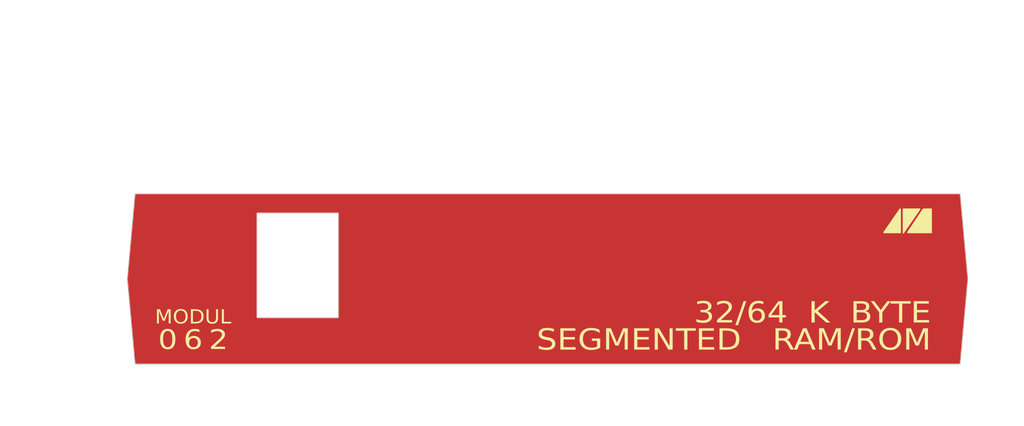
<source format=kicad_pcb>
(kicad_pcb
	(version 20240108)
	(generator "pcbnew")
	(generator_version "8.0")
	(general
		(thickness 1.6)
		(legacy_teardrops no)
	)
	(paper "A4")
	(layers
		(0 "F.Cu" signal)
		(31 "B.Cu" signal)
		(32 "B.Adhes" user "B.Adhesive")
		(33 "F.Adhes" user "F.Adhesive")
		(34 "B.Paste" user)
		(35 "F.Paste" user)
		(36 "B.SilkS" user "B.Silkscreen")
		(37 "F.SilkS" user "F.Silkscreen")
		(38 "B.Mask" user)
		(39 "F.Mask" user)
		(40 "Dwgs.User" user "User.Drawings")
		(41 "Cmts.User" user "User.Comments")
		(42 "Eco1.User" user "User.Eco1")
		(43 "Eco2.User" user "User.Eco2")
		(44 "Edge.Cuts" user)
		(45 "Margin" user)
		(46 "B.CrtYd" user "B.Courtyard")
		(47 "F.CrtYd" user "F.Courtyard")
		(48 "B.Fab" user)
		(49 "F.Fab" user)
		(50 "User.1" user)
		(51 "User.2" user)
		(52 "User.3" user)
		(53 "User.4" user)
		(54 "User.5" user)
		(55 "User.6" user)
		(56 "User.7" user)
		(57 "User.8" user)
		(58 "User.9" user)
	)
	(setup
		(pad_to_mask_clearance 0)
		(allow_soldermask_bridges_in_footprints no)
		(grid_origin 79 101)
		(pcbplotparams
			(layerselection 0x0000020_7fffffff)
			(plot_on_all_layers_selection 0x0000000_00000000)
			(disableapertmacros no)
			(usegerberextensions no)
			(usegerberattributes yes)
			(usegerberadvancedattributes yes)
			(creategerberjobfile yes)
			(dashed_line_dash_ratio 12.000000)
			(dashed_line_gap_ratio 3.000000)
			(svgprecision 4)
			(plotframeref no)
			(viasonmask no)
			(mode 1)
			(useauxorigin no)
			(hpglpennumber 1)
			(hpglpenspeed 20)
			(hpglpendiameter 15.000000)
			(pdf_front_fp_property_popups yes)
			(pdf_back_fp_property_popups yes)
			(dxfpolygonmode yes)
			(dxfimperialunits no)
			(dxfusepcbnewfont yes)
			(psnegative no)
			(psa4output no)
			(plotreference yes)
			(plotvalue yes)
			(plotfptext yes)
			(plotinvisibletext no)
			(sketchpadsonfab no)
			(subtractmaskfromsilk no)
			(outputformat 3)
			(mirror no)
			(drillshape 0)
			(scaleselection 1)
			(outputdirectory "")
		)
	)
	(net 0 "")
	(gr_poly
		(pts
			(xy 176.931567 95) (xy 179 92) (xy 179 95)
		)
		(stroke
			(width 0.2)
			(type solid)
		)
		(fill solid)
		(layer "F.SilkS")
		(uuid "13a2fba1-5f64-4643-94be-207a2d8ab79d")
	)
	(gr_poly
		(pts
			(xy 180 95) (xy 182 92) (xy 183 92) (xy 183 95)
		)
		(stroke
			(width 0.2)
			(type solid)
		)
		(fill solid)
		(layer "F.SilkS")
		(uuid "148c807d-49be-466a-9d84-fd8bedc6e222")
	)
	(gr_poly
		(pts
			(xy 181.5 92) (xy 179.431567 95) (xy 179.431567 92)
		)
		(stroke
			(width 0.2)
			(type solid)
		)
		(fill solid)
		(layer "F.SilkS")
		(uuid "74454ff6-c9e6-4188-ae6c-43a916fde7b2")
	)
	(gr_line
		(start 186.75 90)
		(end 187.75 101)
		(stroke
			(width 0.1)
			(type default)
		)
		(layer "Edge.Cuts")
		(uuid "307abc89-d8e3-4071-a4d8-1fb32e5b608c")
	)
	(gr_line
		(start 187.75 101)
		(end 186.75 112)
		(stroke
			(width 0.1)
			(type default)
		)
		(layer "Edge.Cuts")
		(uuid "34a7c6a5-aa59-4b97-9d15-43c9825324dd")
	)
	(gr_line
		(start 186.75 112)
		(end 80.25 112)
		(stroke
			(width 0.1)
			(type default)
		)
		(layer "Edge.Cuts")
		(uuid "4f7dbcd8-31fb-4a23-bf6a-d4e8faa599fa")
	)
	(gr_line
		(start 80.25 90)
		(end 186.75 90)
		(stroke
			(width 0.1)
			(type default)
		)
		(layer "Edge.Cuts")
		(uuid "5eb69c77-4c02-48d2-9936-1102676b5e11")
	)
	(gr_rect
		(start 96 92.5)
		(end 106.5 106)
		(stroke
			(width 0.1)
			(type default)
		)
		(fill none)
		(layer "Edge.Cuts")
		(uuid "704c2cbe-bd28-4ee0-af43-7cbd61cfc6db")
	)
	(gr_line
		(start 80.25 112)
		(end 79.25 101)
		(stroke
			(width 0.1)
			(type default)
		)
		(layer "Edge.Cuts")
		(uuid "bb9f6c94-5497-4483-8dc5-74f2fc2fb68e")
	)
	(gr_line
		(start 79.25 101)
		(end 80.25 90)
		(stroke
			(width 0.1)
			(type default)
		)
		(layer "Edge.Cuts")
		(uuid "eb9af65b-0e83-46f7-ad77-d53af8c875f8")
	)
	(gr_text "32/64  K  BYTE"
		(at 183 105.5 0)
		(layer "F.SilkS")
		(uuid "1077f421-1f86-4c7d-89d5-3b3cd05ce723")
		(effects
			(font
				(face "Helvetica")
				(size 2.7 3)
				(thickness 0.15)
			)
			(justify right)
		)
		(render_cache "32/64  K  BYTE" 0
			(polygon
				(pts
					(xy 155.015632 105.400506) (xy 155.162663 105.39672) (xy 155.183427 105.39655) (xy 155.340588 105.403409)
					(xy 155.512124 105.433621) (xy 155.648321 105.48706) (xy 155.763213 105.575113) (xy 155.842577 105.70614)
					(xy 155.870931 105.847523) (xy 155.872192 105.888504) (xy 155.853394 106.025504) (xy 155.784554 106.167208)
					(xy 155.670863 106.280012) (xy 155.518291 106.359536) (xy 155.365753 106.397222) (xy 155.229589 106.406836)
					(xy 155.045033 106.391752) (xy 154.900731 106.349844) (xy 154.769322 106.26738) (xy 154.683181 106.160635)
					(xy 154.625775 106.014285) (xy 154.602526 105.864004) (xy 154.599442 105.815964) (xy 154.216958 105.815964)
					(xy 154.234217 105.960046) (xy 154.264659 106.100611) (xy 154.31234 106.234142) (xy 154.381321 106.357123)
					(xy 154.475659 106.466036) (xy 154.599413 106.557366) (xy 154.65806 106.588186) (xy 154.804025 106.645356)
					(xy 154.955207 106.682738) (xy 155.10453 106.701449) (xy 155.204676 106.70491) (xy 155.404591 106.694165)
					(xy 155.581889 106.663253) (xy 155.737216 106.614159) (xy 155.871216 106.54887) (xy 156.017821 106.440056)
					(xy 156.129188 106.310685) (xy 156.206842 106.165465) (xy 156.252315 106.0091) (xy 156.267132 105.846299)
					(xy 156.252533 105.691048) (xy 156.210657 105.559824) (xy 156.128463 105.431583) (xy 156.016131 105.332346)
					(xy 155.878643 105.25906) (xy 155.775471 105.223113) (xy 155.775471 105.215199) (xy 155.917996 105.147845)
					(xy 156.024416 105.051325) (xy 156.098041 104.93468) (xy 156.143865 104.784199) (xy 156.153559 104.663894)
					(xy 156.137834 104.516896) (xy 156.091506 104.382503) (xy 156.015846 104.262869) (xy 155.912125 104.160153)
					(xy 155.781614 104.076509) (xy 155.625583 104.014094) (xy 155.445303 103.975063) (xy 155.294944 103.962434)
					(xy 155.242045 103.961574) (xy 155.039074 103.973813) (xy 154.865656 104.008643) (xy 154.719697 104.063235)
					(xy 154.564178 104.161873) (xy 154.448789 104.283904) (xy 154.368567 104.422619) (xy 154.318548 104.571311)
					(xy 154.29377 104.723272) (xy 154.288765 104.835353) (xy 154.65 104.835353) (xy 154.668442 104.690089)
					(xy 154.710669 104.547563) (xy 154.797077 104.413049) (xy 154.916359 104.323914) (xy 155.090193 104.270063)
					(xy 155.225192 104.260308) (xy 155.375293 104.271925) (xy 155.522713 104.314591) (xy 155.647644 104.395988)
					(xy 155.733312 104.514262) (xy 155.769791 104.651972) (xy 155.771075 104.683019) (xy 155.751812 104.823543)
					(xy 155.683784 104.951453) (xy 155.555899 105.051001) (xy 155.416824 105.099589) (xy 155.261752 105.11966)
					(xy 155.20834 105.120897) (xy 155.057435 105.115539) (xy 155.015632 105.112984)
				)
			)
			(polygon
				(pts
					(xy 156.961759 104.915147) (xy 156.977265 104.760627) (xy 157.008732 104.626518) (xy 157.070669 104.492179)
					(xy 157.174966 104.374863) (xy 157.333512 104.291822) (xy 157.5074 104.26166) (xy 157.5582 104.260308)
					(xy 157.707624 104.272282) (xy 157.859554 104.316894) (xy 157.99472 104.404044) (xy 158.083349 104.515671)
					(xy 158.134853 104.659617) (xy 158.142185 104.741051) (xy 158.126082 104.887896) (xy 158.067348 105.027365)
					(xy 157.970848 105.137662) (xy 157.842118 105.23034) (xy 157.714215 105.30245) (xy 157.600698 105.361599)
					(xy 157.209421 105.56537) (xy 157.067329 105.647899) (xy 156.937808 105.740528) (xy 156.822506 105.845259)
					(xy 156.723073 105.964094) (xy 156.641156 106.099034) (xy 156.578405 106.25208) (xy 156.536467 106.425235)
					(xy 156.519665 106.569501) (xy 156.516993 106.6205) (xy 158.537125 106.6205) (xy 158.537125 106.307258)
					(xy 156.93245 106.307258) (xy 156.984965 106.168845) (xy 157.071911 106.054293) (xy 157.193553 105.946237)
					(xy 157.335539 105.852678) (xy 157.440963 105.79618) (xy 157.747244 105.645165) (xy 157.907829 105.565746)
					(xy 158.056753 105.48401) (xy 158.191011 105.396586) (xy 158.307598 105.300104) (xy 158.403508 105.191196)
					(xy 158.475736 105.066492) (xy 158.521277 104.922623) (xy 158.537125 104.756218) (xy 158.526524 104.622026)
					(xy 158.48127 104.460146) (xy 158.403797 104.318833) (xy 158.297754 104.199279) (xy 158.16679 104.102673)
					(xy 158.014555 104.030206) (xy 157.844697 103.983067) (xy 157.660868 103.962446) (xy 157.613155 103.961574)
					(xy 157.439574 103.970591) (xy 157.277104 103.997636) (xy 157.107399 104.051099) (xy 156.943152 104.139094)
					(xy 156.831182 104.232634) (xy 156.734774 104.353586) (xy 156.659282 104.505373) (xy 156.610061 104.691419)
					(xy 156.594485 104.836173) (xy 156.592464 104.915147)
				)
			)
			(polygon
				(pts
					(xy 159.979868 103.834959) (xy 159.702164 103.834959) (xy 158.669016 106.70491) (xy 158.950384 106.70491)
				)
			)
			(polygon
				(pts
					(xy 161.291873 103.969807) (xy 161.466524 104.005861) (xy 161.604529 104.058329) (xy 161.733548 104.134476)
					(xy 161.846695 104.236774) (xy 161.937083 104.367696) (xy 161.997825 104.529716) (xy 162.019784 104.673127)
					(xy 161.658549 104.673127) (xy 161.629522 104.567037) (xy 161.561601 104.43847) (xy 161.457312 104.339748)
					(xy 161.311639 104.278117) (xy 161.150035 104.260308) (xy 160.998824 104.278094) (xy 160.831902 104.350323)
					(xy 160.701015 104.46574) (xy 160.602224 104.610974) (xy 160.531586 104.772658) (xy 160.48516 104.937422)
					(xy 160.459006 105.091896) (xy 160.448814 105.250151) (xy 160.456874 105.258064) (xy 160.465929 105.244481)
					(xy 160.563918 105.132589) (xy 160.691347 105.041268) (xy 160.835864 104.978894) (xy 160.983792 104.944784)
					(xy 161.158828 104.932293) (xy 161.265109 104.93797) (xy 161.416815 104.964527) (xy 161.57174 105.015165)
					(xy 161.720926 105.09248) (xy 161.855419 105.199068) (xy 161.966261 105.337527) (xy 162.028485 105.463848)
					(xy 162.068591 105.610652) (xy 162.082799 105.779034) (xy 162.082563 105.804471) (xy 162.070896 105.94854)
					(xy 162.040455 106.080111) (xy 161.979007 106.221816) (xy 161.902222 106.336599) (xy 161.801431 106.448382)
					(xy 161.772003 106.476801) (xy 161.660464 106.565392) (xy 161.525192 106.63476) (xy 161.379961 106.676626)
					(xy 161.231688 106.697655) (xy 161.053315 106.70491) (xy 160.940899 106.697855) (xy 160.794052 106.668222)
					(xy 160.641998 106.611212) (xy 160.517289 106.539516) (xy 160.399516 106.44303) (xy 160.293476 106.319128)
					(xy 160.261824 106.271143) (xy 160.194892 106.143916) (xy 160.144003 106.007292) (xy 160.10743 105.862493)
					(xy 160.099659 105.813326) (xy 160.499372 105.813326) (xy 160.504402 105.893802) (xy 160.535665 106.026247)
					(xy 160.596607 106.149999) (xy 160.688467 106.25745) (xy 160.812487 106.340992) (xy 160.969907 106.393018)
					(xy 161.120726 106.406836) (xy 161.276613 106.388972) (xy 161.435954 106.323501) (xy 161.561331 106.215264)
					(xy 161.637024 106.096426) (xy 161.684112 105.954995) (xy 161.700314 105.794202) (xy 161.684516 105.654561)
					(xy 161.632347 105.512261) (xy 161.53665 105.383836) (xy 161.418488 105.299345) (xy 161.260985 105.245542)
					(xy 161.103873 105.231026) (xy 160.928258 105.249712) (xy 160.783145 105.302458) (xy 160.648849 105.403721)
					(xy 160.55752 105.5383) (xy 160.513859 105.669707) (xy 160.499372 105.813326) (xy 160.099659 105.813326)
					(xy 160.083445 105.710742) (xy 160.070321 105.553262) (xy 160.06633 105.391274) (xy 160.072255 105.22082)
					(xy 160.091552 105.042125) (xy 160.126503 104.86065) (xy 160.17939 104.681856) (xy 160.252496 104.511204)
					(xy 160.348102 104.354154) (xy 160.468491 104.216169) (xy 160.615945 104.102708) (xy 160.792746 104.019233)
					(xy 161.001176 103.971204) (xy 161.158828 103.961574)
				)
			)
			(polygon
				(pts
					(xy 164.004013 105.691986) (xy 164.437056 105.691986) (xy 164.437056 105.979509) (xy 164.004013 105.979509)
					(xy 164.004013 106.6205) (xy 163.634718 106.6205) (xy 163.634718 105.979509) (xy 162.345116 105.979509)
					(xy 162.345116 105.691986) (xy 162.685102 105.691986) (xy 163.634718 105.691986) (xy 163.634718 104.481885)
					(xy 163.625925 104.481885) (xy 162.685102 105.691986) (xy 162.345116 105.691986) (xy 162.345116 105.654397)
					(xy 163.697732 103.961574) (xy 164.004013 103.961574)
				)
			)
			(polygon
				(pts
					(xy 167.632485 105.672862) (xy 168.107293 105.266637) (xy 169.161689 106.6205) (xy 169.690719 106.6205)
					(xy 168.401117 105.010768) (xy 169.657014 103.919369) (xy 169.094278 103.919369) (xy 167.632485 105.229048)
					(xy 167.632485 103.919369) (xy 167.225088 103.919369) (xy 167.225088 106.6205) (xy 167.632485 106.6205)
				)
			)
			(polygon
				(pts
					(xy 173.778344 103.922984) (xy 173.963704 103.950754) (xy 174.123202 104.003363) (xy 174.25663 104.077748)
					(xy 174.363783 104.170852) (xy 174.460461 104.308889) (xy 174.515359 104.465414) (xy 174.528926 104.599927)
					(xy 174.512531 104.74205) (xy 174.462272 104.875146) (xy 174.383137 104.986785) (xy 174.262889 105.088709)
					(xy 174.125925 105.161124) (xy 174.144833 105.168026) (xy 174.294372 105.229398) (xy 174.42981 105.309728)
					(xy 174.532675 105.404866) (xy 174.614231 105.532624) (xy 174.656436 105.66272) (xy 174.671808 105.821239)
					(xy 174.662419 105.941075) (xy 174.620975 106.092785) (xy 174.546986 106.232062) (xy 174.441009 106.355406)
					(xy 174.303603 106.459317) (xy 174.135326 106.540292) (xy 173.989195 106.583867) (xy 173.826248 106.611095)
					(xy 173.646721 106.6205) (xy 172.349058 106.6205) (xy 172.349058 106.307258) (xy 172.756455 106.307258)
					(xy 173.625471 106.307258) (xy 173.774732 106.298395) (xy 173.933588 106.263426) (xy 174.083407 106.188952)
					(xy 174.188513 106.082141) (xy 174.248706 105.946305) (xy 174.264411 105.813326) (xy 174.23858 105.656669)
					(xy 174.148645 105.52011) (xy 174.010014 105.431133) (xy 173.869206 105.386823) (xy 173.715613 105.364067)
					(xy 173.558793 105.357642) (xy 172.756455 105.357642) (xy 172.756455 106.307258) (xy 172.349058 106.307258)
					(xy 172.349058 105.058908) (xy 172.756455 105.058908) (xy 173.491382 105.058908) (xy 173.59717 105.056062)
					(xy 173.754603 105.037486) (xy 173.909873 104.988972) (xy 174.040193 104.890184) (xy 174.104318 104.763887)
					(xy 174.121529 104.625646) (xy 174.116899 104.558215) (xy 174.06775 104.423891) (xy 173.959369 104.323565)
					(xy 173.814128 104.266295) (xy 173.652887 104.239879) (xy 173.495778 104.23327) (xy 172.756455 104.23327)
					(xy 172.756455 105.058908) (xy 172.349058 105.058908) (xy 172.349058 103.919369) (xy 173.67603 103.919369)
				)
			)
			(polygon
				(pts
					(xy 176.441347 105.533717) (xy 177.580007 103.919369) (xy 177.100803 103.919369) (xy 176.235451 105.217837)
					(xy 175.370831 103.919369) (xy 174.896023 103.919369) (xy 176.03395 105.533717) (xy 176.03395 106.6205)
					(xy 176.441347 106.6205)
				)
			)
			(polygon
				(pts
					(xy 177.695046 104.244481) (xy 178.715737 104.244481) (xy 178.715737 106.6205) (xy 179.123134 106.6205)
					(xy 179.123134 104.244481) (xy 180.143825 104.244481) (xy 180.143825 103.919369) (xy 177.695046 103.919369)
				)
			)
			(polygon
				(pts
					(xy 182.788242 106.296047) (xy 180.96961 106.296047) (xy 180.96961 105.39655) (xy 182.619714 105.39655)
					(xy 182.619714 105.072098) (xy 180.96961 105.072098) (xy 180.96961 104.244481) (xy 182.758933 104.244481)
					(xy 182.758933 103.919369) (xy 180.56148 103.919369) (xy 180.56148 106.6205) (xy 182.788242 106.6205)
				)
			)
		)
	)
	(gr_text "0 6 2"
		(at 87.75 109 0)
		(layer "F.SilkS")
		(uuid "686d3775-420a-4787-a984-7f0fe908f8a7")
		(effects
			(font
				(face "Helvetica")
				(size 2.5 2.8)
				(thickness 0.15)
			)
		)
		(render_cache "0 6 2" 0
			(polygon
				(pts
					(xy 85.169962 107.584147) (xy 85.355129 107.627094) (xy 85.510613 107.701689) (xy 85.638815 107.803001)
					(xy 85.742135 107.926103) (xy 85.822974 108.066062) (xy 85.883731 108.217951) (xy 85.926809 108.376839)
					(xy 85.954606 108.537798) (xy 85.969524 108.695896) (xy 85.973963 108.846205) (xy 85.969524 108.996343)
					(xy 85.954606 109.154273) (xy 85.926809 109.315069) (xy 85.883731 109.473804) (xy 85.822974 109.625552)
					(xy 85.742135 109.765386) (xy 85.638815 109.888379) (xy 85.510613 109.989605) (xy 85.355129 110.064137)
					(xy 85.169962 110.107049) (xy 85.028841 110.115657) (xy 84.887728 110.107049) (xy 84.702598 110.064137)
					(xy 84.547176 109.989605) (xy 84.419054 109.888379) (xy 84.315826 109.765386) (xy 84.235083 109.625552)
					(xy 84.174419 109.473804) (xy 84.131426 109.315069) (xy 84.103697 109.154273) (xy 84.088825 108.996343)
					(xy 84.084403 108.846205) (xy 84.45233 108.846205) (xy 84.454455 108.959496) (xy 84.465687 109.118211)
					(xy 84.486728 109.262897) (xy 84.517749 109.392924) (xy 84.574934 109.5424) (xy 84.650578 109.663198)
					(xy 84.745089 109.753823) (xy 84.890384 109.822395) (xy 85.028841 109.839663) (xy 85.100569 109.835315)
					(xy 85.258135 109.787353) (xy 85.385262 109.688741) (xy 85.465584 109.575346) (xy 85.527346 109.432899)
					(xy 85.561732 109.307899) (xy 85.58608 109.168029) (xy 85.600563 109.013921) (xy 85.605352 108.846205)
					(xy 85.603228 108.732806) (xy 85.591996 108.573956) (xy 85.570955 108.42916) (xy 85.539934 108.299048)
					(xy 85.482749 108.149491) (xy 85.407105 108.028642) (xy 85.312593 107.93799) (xy 85.167299 107.869405)
					(xy 85.028841 107.852137) (xy 84.957114 107.856485) (xy 84.799548 107.904452) (xy 84.672421 108.00309)
					(xy 84.592098 108.11653) (xy 84.530337 108.259049) (xy 84.49595 108.384127) (xy 84.471602 108.524098)
					(xy 84.45712 108.678333) (xy 84.45233 108.846205) (xy 84.084403 108.846205) (xy 84.088825 108.695896)
					(xy 84.103697 108.537798) (xy 84.131426 108.376839) (xy 84.174419 108.217951) (xy 84.235083 108.066062)
					(xy 84.315826 107.926103) (xy 84.419054 107.803001) (xy 84.547176 107.701689) (xy 84.702598 107.627094)
					(xy 84.887728 107.584147) (xy 85.028841 107.575532)
				)
			)
			(polygon
				(pts
					(xy 87.953505 107.583155) (xy 88.116513 107.616538) (xy 88.245318 107.66512) (xy 88.365735 107.735626)
					(xy 88.471339 107.830346) (xy 88.555701 107.951571) (xy 88.612394 108.101589) (xy 88.632889 108.234377)
					(xy 88.295736 108.234377) (xy 88.268644 108.136145) (xy 88.205251 108.017102) (xy 88.107915 107.925692)
					(xy 87.971953 107.868627) (xy 87.821123 107.852137) (xy 87.679993 107.868606) (xy 87.524198 107.935484)
					(xy 87.402038 108.042351) (xy 87.309833 108.176828) (xy 87.243904 108.326536) (xy 87.200573 108.479095)
					(xy 87.176162 108.622126) (xy 87.16665 108.768658) (xy 87.174173 108.775985) (xy 87.182624 108.763408)
					(xy 87.27408 108.659805) (xy 87.393014 108.575248) (xy 87.527897 108.517495) (xy 87.665963 108.485911)
					(xy 87.82933 108.474345) (xy 87.928525 108.479602) (xy 88.070118 108.504192) (xy 88.214714 108.551079)
					(xy 88.353955 108.622666) (xy 88.479481 108.721359) (xy 88.582934 108.849562) (xy 88.64101 108.966526)
					(xy 88.678442 109.102455) (xy 88.691702 109.258365) (xy 88.691483 109.281918) (xy 88.680593 109.415314)
					(xy 88.652181 109.537139) (xy 88.594831 109.668348) (xy 88.523164 109.774628) (xy 88.429093 109.878131)
					(xy 88.401626 109.904445) (xy 88.297523 109.986474) (xy 88.17127 110.050704) (xy 88.03572 110.089469)
					(xy 87.897332 110.10894) (xy 87.730851 110.115657) (xy 87.62593 110.109125) (xy 87.488872 110.081687)
					(xy 87.346955 110.0289) (xy 87.23056 109.962515) (xy 87.120638 109.873176) (xy 87.021668 109.758452)
					(xy 86.992126 109.714021) (xy 86.929656 109.596219) (xy 86.88216 109.469715) (xy 86.848025 109.335642)
					(xy 86.840772 109.290116) (xy 87.213838 109.290116) (xy 87.218532 109.364631) (xy 87.247711 109.487266)
					(xy 87.30459 109.601851) (xy 87.390326 109.701342) (xy 87.506078 109.778696) (xy 87.653004 109.826869)
					(xy 87.793768 109.839663) (xy 87.939262 109.823122) (xy 88.087981 109.762501) (xy 88.204999 109.662282)
					(xy 88.275646 109.552246) (xy 88.319594 109.421291) (xy 88.334717 109.272409) (xy 88.319971 109.143112)
					(xy 88.271281 109.011353) (xy 88.181964 108.892441) (xy 88.071679 108.814208) (xy 87.924676 108.764391)
					(xy 87.778039 108.75095) (xy 87.614131 108.768252) (xy 87.478693 108.817091) (xy 87.353349 108.910853)
					(xy 87.268109 109.035463) (xy 87.227359 109.157137) (xy 87.213838 109.290116) (xy 86.840772 109.290116)
					(xy 86.825639 109.195132) (xy 86.81339 109.049316) (xy 86.809665 108.899328) (xy 86.815195 108.7415)
					(xy 86.833206 108.576041) (xy 86.865827 108.408009) (xy 86.915188 108.242459) (xy 86.98342 108.084448)
					(xy 87.072652 107.939032) (xy 87.185015 107.811267) (xy 87.322639 107.706211) (xy 87.487653 107.628919)
					(xy 87.682188 107.584448) (xy 87.82933 107.575532)
				)
			)
			(polygon
				(pts
					(xy 89.900118 108.458469) (xy 89.91459 108.315396) (xy 89.94396 108.19122) (xy 90.001768 108.066833)
					(xy 90.099111 107.958207) (xy 90.247088 107.881316) (xy 90.409384 107.853389) (xy 90.456797 107.852137)
					(xy 90.596259 107.863224) (xy 90.73806 107.904532) (xy 90.864215 107.985226) (xy 90.946936 108.088585)
					(xy 90.995006 108.221868) (xy 91.001849 108.297269) (xy 90.98682 108.433237) (xy 90.932001 108.562375)
					(xy 90.841935 108.664502) (xy 90.721787 108.750315) (xy 90.602411 108.817083) (xy 90.496462 108.871851)
					(xy 90.13127 109.060528) (xy 89.99865 109.136943) (xy 89.877764 109.222711) (xy 89.770149 109.319684)
					(xy 89.677344 109.429716) (xy 89.600889 109.554661) (xy 89.542321 109.69637) (xy 89.503179 109.856699)
					(xy 89.487498 109.990279) (xy 89.485003 110.0375) (xy 91.37046 110.0375) (xy 91.37046 109.747461)
					(xy 89.872763 109.747461) (xy 89.921778 109.619301) (xy 90.002927 109.513234) (xy 90.116459 109.413182)
					(xy 90.248979 109.326554) (xy 90.347376 109.274241) (xy 90.633238 109.134412) (xy 90.783117 109.060876)
					(xy 90.922113 108.985194) (xy 91.04742 108.904246) (xy 91.156235 108.814911) (xy 91.245751 108.714071)
					(xy 91.313164 108.598604) (xy 91.355669 108.465391) (xy 91.37046 108.311313) (xy 91.360566 108.187061)
					(xy 91.318329 108.037172) (xy 91.24602 107.906327) (xy 91.147047 107.795629) (xy 91.024814 107.706179)
					(xy 90.882728 107.639079) (xy 90.724194 107.595432) (xy 90.55262 107.576339) (xy 90.508088 107.575532)
					(xy 90.346079 107.583881) (xy 90.19444 107.608922) (xy 90.036049 107.658425) (xy 89.882752 107.739902)
					(xy 89.778246 107.826513) (xy 89.688265 107.938505) (xy 89.617806 108.079049) (xy 89.571867 108.251314)
					(xy 89.557329 108.385345) (xy 89.555443 108.458469)
				)
			)
		)
	)
	(gr_text "MODUL"
		(at 87.75 106 0)
		(layer "F.SilkS")
		(uuid "a445d5b3-b230-4f4c-af53-a8b86c651357")
		(effects
			(font
				(face "Helvetica")
				(size 1.8 1.9)
				(thickness 0.15)
			)
		)
		(render_cache "MODUL" 0
			(polygon
				(pts
					(xy 84.974912 106.747) (xy 84.974912 104.946246) (xy 84.60784 104.946246) (xy 84.064888 106.46739)
					(xy 84.059783 106.46739) (xy 83.514511 104.946246) (xy 83.144654 104.946246) (xy 83.144654 106.747)
					(xy 83.394783 106.747) (xy 83.394783 105.683957) (xy 83.393492 105.590777) (xy 83.391738 105.487717)
					(xy 83.390288 105.387603) (xy 83.389352 105.286546) (xy 83.389215 105.238605) (xy 83.394783 105.238605)
					(xy 83.932166 106.747) (xy 84.1874 106.747) (xy 84.724783 105.236406) (xy 84.729888 105.236406)
					(xy 84.729417 105.335425) (xy 84.728273 105.437829) (xy 84.72686 105.534297) (xy 84.725409 105.626909)
					(xy 84.724783 105.683957) (xy 84.724783 106.747)
				)
			)
			(polygon
				(pts
					(xy 86.327572 104.896403) (xy 86.444375 104.914977) (xy 86.550384 104.944617) (xy 86.646005 104.984247)
					(xy 86.731644 105.03279) (xy 86.807707 105.089169) (xy 86.874601 105.152308) (xy 86.958634 105.257334)
					(xy 87.024317 105.371512) (xy 87.07302 105.491208) (xy 87.106112 105.612788) (xy 87.124962 105.732617)
					(xy 87.130942 105.847062) (xy 87.130294 105.884347) (xy 87.120177 106.000867) (xy 87.096731 106.121564)
					(xy 87.058588 106.242805) (xy 87.004377 106.360958) (xy 86.932729 106.472391) (xy 86.874601 106.541153)
					(xy 86.807707 106.604239) (xy 86.731644 106.660571) (xy 86.646005 106.709074) (xy 86.550384 106.748672)
					(xy 86.444375 106.778288) (xy 86.327572 106.796848) (xy 86.19957 106.803273) (xy 86.07165 106.796848)
					(xy 85.954919 106.778288) (xy 85.848972 106.748672) (xy 85.753404 106.709074) (xy 85.66781 106.660571)
					(xy 85.591784 106.604239) (xy 85.524922 106.541153) (xy 85.440923 106.436218) (xy 85.375263 106.322141)
					(xy 85.326575 106.202555) (xy 85.29349 106.081092) (xy 85.274642 105.961384) (xy 85.268663 105.847062)
					(xy 85.53457 105.847062) (xy 85.537481 105.925938) (xy 85.552565 106.038507) (xy 85.580135 106.143323)
					(xy 85.619771 106.239422) (xy 85.671049 106.325839) (xy 85.733547 106.401608) (xy 85.806844 106.465766)
					(xy 85.890517 106.517346) (xy 85.984144 106.555383) (xy 86.087302 106.578914) (xy 86.19957 106.586972)
					(xy 86.275489 106.583366) (xy 86.381835 106.564886) (xy 86.478769 106.531577) (xy 86.565871 106.484404)
					(xy 86.642722 106.424332) (xy 86.708901 106.352326) (xy 86.76399 106.269351) (xy 86.807567 106.176372)
					(xy 86.839213 106.074354) (xy 86.858509 105.964263) (xy 86.865034 105.847062) (xy 86.862124 105.768109)
					(xy 86.847038 105.655443) (xy 86.819462 105.550548) (xy 86.779815 105.454387) (xy 86.728517 105.367924)
					(xy 86.665988 105.292122) (xy 86.592648 105.227942) (xy 86.508916 105.176349) (xy 86.415212 105.138304)
					(xy 86.311957 105.114772) (xy 86.19957 105.106713) (xy 86.123734 105.110319) (xy 86.017491 105.1288)
					(xy 85.920641 105.162115) (xy 85.833603 105.209299) (xy 85.756801 105.26939) (xy 85.690656 105.341425)
					(xy 85.635591 105.424441) (xy 85.592028 105.517476) (xy 85.560388 105.619567) (xy 85.541095 105.72975)
					(xy 85.53457 105.847062) (xy 85.268663 105.847062) (xy 85.269311 105.809737) (xy 85.279427 105.693093)
					(xy 85.302869 105.572277) (xy 85.341003 105.450921) (xy 85.395197 105.33266) (xy 85.466817 105.221129)
					(xy 85.524922 105.152308) (xy 85.591784 105.089169) (xy 85.66781 105.03279) (xy 85.753404 104.984247)
					(xy 85.848972 104.944617) (xy 85.954919 104.914977) (xy 86.07165 104.896403) (xy 86.19957 104.889972)
				)
			)
			(polygon
				(pts
					(xy 88.313417 104.950382) (xy 88.441132 104.971648) (xy 88.5578 105.010131) (xy 88.662856 105.064866)
					(xy 88.755736 105.134888) (xy 88.835874 105.219231) (xy 88.902708 105.316932) (xy 88.955672 105.427025)
					(xy 88.994203 105.548544) (xy 89.011592 105.635429) (xy 89.022148 105.726677) (xy 89.025704 105.822003)
					(xy 89.023461 105.898828) (xy 89.011099 106.017229) (xy 88.986818 106.136611) (xy 88.949351 106.253809)
					(xy 88.897437 106.365655) (xy 88.829809 106.468982) (xy 88.745206 106.560623) (xy 88.642361 106.637413)
					(xy 88.520011 106.696183) (xy 88.426985 106.723789) (xy 88.324353 106.74104) (xy 88.211741 106.747)
					(xy 87.44836 106.747) (xy 87.44836 106.538172) (xy 87.706378 106.538172) (xy 88.206636 106.538172)
					(xy 88.237701 106.537447) (xy 88.354741 106.520174) (xy 88.459335 106.48028) (xy 88.550297 106.418264)
					(xy 88.626444 106.334627) (xy 88.673117 106.258011) (xy 88.71029 106.169724) (xy 88.73746 106.069978)
					(xy 88.75413 105.958983) (xy 88.759797 105.836951) (xy 88.759153 105.795117) (xy 88.74962 105.677533)
					(xy 88.729034 105.57184) (xy 88.697844 105.478053) (xy 88.656496 105.396187) (xy 88.586339 105.305602)
					(xy 88.49998 105.236273) (xy 88.39848 105.188236) (xy 88.282898 105.161527) (xy 88.18761 105.155513)
					(xy 87.706378 105.155513) (xy 87.706378 106.538172) (xy 87.44836 106.538172) (xy 87.44836 104.946246)
					(xy 88.222414 104.946246)
				)
			)
			(polygon
				(pts
					(xy 90.607226 104.946246) (xy 90.607226 106.090182) (xy 90.600458 106.19335) (xy 90.581126 106.28214)
					(xy 90.53833 106.379759) (xy 90.479252 106.455649) (xy 90.407351 106.512) (xy 90.30471 106.558298)
					(xy 90.194193 106.581764) (xy 90.104647 106.586972) (xy 89.995583 106.578347) (xy 89.889669 106.549791)
					(xy 89.793183 106.497279) (xy 89.727001 106.435315) (xy 89.674083 106.353382) (xy 89.637645 106.249419)
					(xy 89.623064 106.155749) (xy 89.620167 106.085346) (xy 89.620167 104.946246) (xy 89.362149 104.946246)
					(xy 89.362149 106.153489) (xy 89.368033 106.247542) (xy 89.38592 106.338834) (xy 89.416168 106.425946)
					(xy 89.459131 106.507463) (xy 89.515166 106.581966) (xy 89.584627 106.648039) (xy 89.66787 106.704264)
					(xy 89.765252 106.749225) (xy 89.877126 106.781505) (xy 90.00385 106.799685) (xy 90.096758 106.803273)
					(xy 90.191729 106.799677) (xy 90.32202 106.781379) (xy 90.437865 106.74871) (xy 90.539437 106.702925)
					(xy 90.626908 106.645277) (xy 90.70045 106.577022) (xy 90.760235 106.499413) (xy 90.806434 106.413703)
					(xy 90.839221 106.321148) (xy 90.858767 106.223001) (xy 90.865244 106.120517) (xy 90.865244 104.946246)
				)
			)
			(polygon
				(pts
					(xy 91.531636 104.946246) (xy 91.273618 104.946246) (xy 91.273618 106.747) (xy 92.500132 106.747)
					(xy 92.500132 106.530698) (xy 91.531636 106.530698)
				)
			)
		)
	)
	(gr_text "SEGMENTED   RAM/ROM"
		(at 183 109 0)
		(layer "F.SilkS")
		(uuid "f08c2a01-8d2e-41d3-b41d-dd201f236a33")
		(effects
			(font
				(face "Helvetica")
				(size 2.7 3)
				(thickness 0.15)
			)
			(justify right)
		)
		(render_cache "SEGMENTED   RAM/ROM" 0
			(polygon
				(pts
					(xy 135.152094 108.204121) (xy 135.134467 108.046743) (xy 135.097839 107.905463) (xy 135.030247 107.761131)
					(xy 134.921593 107.623545) (xy 134.807082 107.530678) (xy 134.659533 107.451252) (xy 134.474688 107.3894)
					(xy 134.328633 107.359972) (xy 134.162846 107.341416) (xy 133.976065 107.334959) (xy 133.781505 107.345612)
					(xy 133.608769 107.376225) (xy 133.457271 107.42478) (xy 133.326424 107.48926) (xy 133.183069 107.596515)
					(xy 133.073993 107.723709) (xy 132.997803 107.866057) (xy 132.95311 108.018777) (xy 132.938521 108.177084)
					(xy 132.958049 108.33949) (xy 133.01121 108.47219) (xy 133.112572 108.601047) (xy 133.237899 108.694463)
					(xy 133.371309 108.758538) (xy 133.519711 108.805281) (xy 133.581124 108.819393) (xy 134.198814 108.948647)
					(xy 134.368638 108.988376) (xy 134.508186 109.02908) (xy 134.643628 109.085072) (xy 134.768697 109.181607)
					(xy 134.829864 109.311229) (xy 134.841417 109.431368) (xy 134.819528 109.563612) (xy 134.739235 109.690861)
					(xy 134.615047 109.781263) (xy 134.462945 109.840645) (xy 134.298912 109.874832) (xy 134.138931 109.88965)
					(xy 134.051536 109.891668) (xy 133.904934 109.884497) (xy 133.758685 109.861375) (xy 133.618703 109.819891)
					(xy 133.461555 109.738542) (xy 133.334999 109.620025) (xy 133.263547 109.495288) (xy 133.224986 109.341338)
					(xy 133.219889 109.252656) (xy 132.837404 109.252656) (xy 132.843761 109.393351) (xy 132.866925 109.528568)
					(xy 132.913042 109.658674) (xy 132.988255 109.784033) (xy 133.098707 109.90501) (xy 133.144418 109.944425)
					(xy 133.264791 110.031308) (xy 133.41494 110.105919) (xy 133.557193 110.151355) (xy 133.735268 110.185247)
					(xy 133.907466 110.201087) (xy 134.055932 110.20491) (xy 134.204433 110.199993) (xy 134.356691 110.184283)
					(xy 134.508695 110.156344) (xy 134.656436 110.114736) (xy 134.795903 110.058022) (xy 134.923086 109.984765)
					(xy 135.033975 109.893526) (xy 135.124559 109.782868) (xy 135.19083 109.651354) (xy 135.228776 109.497545)
					(xy 135.236358 109.381909) (xy 135.222938 109.229611) (xy 135.184231 109.096942) (xy 135.103831 108.957061)
					(xy 134.9921 108.844046) (xy 134.853582 108.755786) (xy 134.692823 108.690166) (xy 134.551257 108.652551)
					(xy 133.690301 108.473839) (xy 133.544527 108.430006) (xy 133.421564 108.352488) (xy 133.345962 108.22544)
					(xy 133.333462 108.127624) (xy 133.352538 107.98815) (xy 133.422521 107.854798) (xy 133.530774 107.760908)
					(xy 133.663379 107.699958) (xy 133.806415 107.665428) (xy 133.972229 107.649686) (xy 134.022227 107.64886)
					(xy 134.183453 107.65921) (xy 134.34209 107.692635) (xy 134.48868 107.752698) (xy 134.613762 107.842961)
					(xy 134.707878 107.966985) (xy 134.75452 108.092907) (xy 134.76961 108.204121)
				)
			)
			(polygon
				(pts
					(xy 138.018528 109.796047) (xy 136.199896 109.796047) (xy 136.199896 108.89655) (xy 137.85 108.89655)
					(xy 137.85 108.572098) (xy 136.199896 108.572098) (xy 136.199896 107.744481) (xy 137.989219 107.744481)
					(xy 137.989219 107.419369) (xy 135.791766 107.419369) (xy 135.791766 110.1205) (xy 138.018528 110.1205)
				)
			)
			(polygon
				(pts
					(xy 139.863538 108.98096) (xy 140.804362 108.98096) (xy 140.798978 109.116069) (xy 140.775397 109.268381)
					(xy 140.728242 109.409835) (xy 140.652324 109.540273) (xy 140.542455 109.659539) (xy 140.473169 109.714934)
					(xy 140.346384 109.790995) (xy 140.198836 109.847874) (xy 140.039482 109.880808) (xy 139.884843 109.891451)
					(xy 139.855478 109.891668) (xy 139.645334 109.876962) (xy 139.464901 109.834805) (xy 139.312203 109.768142)
					(xy 139.185268 109.679917) (xy 139.08212 109.573074) (xy 139.000786 109.450557) (xy 138.939291 109.315309)
					(xy 138.895661 109.170275) (xy 138.867922 109.018399) (xy 138.854099 108.862625) (xy 138.85164 108.758064)
					(xy 138.863099 108.567172) (xy 138.896323 108.393489) (xy 138.949584 108.237356) (xy 139.021154 108.099117)
					(xy 139.109306 107.979114) (xy 139.212311 107.877688) (xy 139.328441 107.795183) (xy 139.500713 107.7152)
					(xy 139.689152 107.670272) (xy 139.838626 107.66007) (xy 140.000608 107.668316) (xy 140.168956 107.697249)
					(xy 140.334045 107.753164) (xy 140.486246 107.842354) (xy 140.59226 107.941895) (xy 140.678937 108.069983)
					(xy 140.741347 108.22984) (xy 141.136288 108.22984) (xy 141.097873 108.067427) (xy 141.034066 107.92172)
					(xy 140.947838 107.792561) (xy 140.84216 107.679788) (xy 140.720003 107.583243) (xy 140.584335 107.502766)
					(xy 140.438129 107.438196) (xy 140.284354 107.389374) (xy 140.12598 107.356141) (xy 139.96598 107.338336)
					(xy 139.859875 107.334959) (xy 139.68179 107.343474) (xy 139.516191 107.368212) (xy 139.362939 107.407962)
					(xy 139.221897 107.461512) (xy 139.092928 107.527651) (xy 138.921811 107.647814) (xy 138.777085 107.789489)
					(xy 138.658287 107.948585) (xy 138.564952 108.121017) (xy 138.496617 108.302694) (xy 138.452819 108.489529)
					(xy 138.433093 108.677433) (xy 138.431787 108.739599) (xy 138.434365 108.886959) (xy 138.444458 109.020405)
					(xy 138.467234 109.16439) (xy 138.50781 109.315877) (xy 138.571304 109.471828) (xy 138.637042 109.589895)
					(xy 138.72071 109.707484) (xy 138.824466 109.823313) (xy 138.905862 109.898922) (xy 139.023745 109.99112)
					(xy 139.154683 110.068042) (xy 139.290035 110.124545) (xy 139.453409 110.169195) (xy 139.606908 110.193269)
					(xy 139.782842 110.204419) (xy 139.830566 110.20491) (xy 139.982896 110.197264) (xy 140.130504 110.174905)
					(xy 140.271757 110.138696) (xy 140.436903 110.07528) (xy 140.586385 109.993268) (xy 140.717016 109.894352)
					(xy 140.825611 109.78022) (xy 140.922331 110.1205) (xy 141.186846 110.1205) (xy 141.186846 108.667719)
					(xy 139.863538 108.667719)
				)
			)
			(polygon
				(pts
					(xy 144.691487 110.1205) (xy 144.691487 107.419369) (xy 144.111899 107.419369) (xy 143.254606 109.701086)
					(xy 143.246546 109.701086) (xy 142.38559 107.419369) (xy 141.801605 107.419369) (xy 141.801605 110.1205)
					(xy 142.196546 110.1205) (xy 142.196546 108.525936) (xy 142.194507 108.386166) (xy 142.191738 108.231576)
					(xy 142.189449 108.081404) (xy 142.187971 107.92982) (xy 142.187753 107.857907) (xy 142.196546 107.857907)
					(xy 143.045046 110.1205) (xy 143.448047 110.1205) (xy 144.296546 107.85461) (xy 144.304606 107.85461)
					(xy 144.303862 108.003138) (xy 144.302056 108.156744) (xy 144.299824 108.301446) (xy 144.297534 108.440364)
					(xy 144.296546 108.525936) (xy 144.296546 110.1205)
				)
			)
			(polygon
				(pts
					(xy 147.57917 109.796047) (xy 145.760538 109.796047) (xy 145.760538 108.89655) (xy 147.410642 108.89655)
					(xy 147.410642 108.572098) (xy 145.760538 108.572098) (xy 145.760538 107.744481) (xy 147.549861 107.744481)
					(xy 147.549861 107.419369) (xy 145.352408 107.419369) (xy 145.352408 110.1205) (xy 147.57917 110.1205)
				)
			)
			(polygon
				(pts
					(xy 150.109282 109.59887) (xy 150.100489 109.59887) (xy 148.592534 107.419369) (xy 148.109665 107.419369)
					(xy 148.109665 110.1205) (xy 148.504606 110.1205) (xy 148.504606 107.941658) (xy 148.512666 107.941658)
					(xy 150.046267 110.1205) (xy 150.504222 110.1205) (xy 150.504222 107.419369) (xy 150.109282 107.419369)
				)
			)
			(polygon
				(pts
					(xy 150.880112 107.744481) (xy 151.900803 107.744481) (xy 151.900803 110.1205) (xy 152.3082 110.1205)
					(xy 152.3082 107.744481) (xy 153.328891 107.744481) (xy 153.328891 107.419369) (xy 150.880112 107.419369)
				)
			)
			(polygon
				(pts
					(xy 155.973308 109.796047) (xy 154.154676 109.796047) (xy 154.154676 108.89655) (xy 155.804781 108.89655)
					(xy 155.804781 108.572098) (xy 154.154676 108.572098) (xy 154.154676 107.744481) (xy 155.943999 107.744481)
					(xy 155.943999 107.419369) (xy 153.746546 107.419369) (xy 153.746546 110.1205) (xy 155.973308 110.1205)
				)
			)
			(polygon
				(pts
					(xy 157.890932 107.425573) (xy 158.092588 107.457472) (xy 158.276801 107.515196) (xy 158.442678 107.597299)
					(xy 158.58933 107.702332) (xy 158.715866 107.828847) (xy 158.821393 107.975398) (xy 158.90502 108.140537)
					(xy 158.965858 108.322816) (xy 158.993315 108.453143) (xy 159.009982 108.590016) (xy 159.015597 108.733005)
					(xy 159.012055 108.848242) (xy 158.992537 109.025843) (xy 158.954197 109.204917) (xy 158.89504 109.380714)
					(xy 158.813069 109.548482) (xy 158.706289 109.703473) (xy 158.572704 109.840935) (xy 158.410318 109.956119)
					(xy 158.217134 110.044275) (xy 158.07025 110.085684) (xy 157.908199 110.111561) (xy 157.730391 110.1205)
					(xy 156.525053 110.1205) (xy 156.525053 109.807258) (xy 156.93245 109.807258) (xy 157.722331 109.807258)
					(xy 157.771382 109.80617) (xy 157.956181 109.780261) (xy 158.121329 109.72042) (xy 158.264955 109.627396)
					(xy 158.385186 109.501941) (xy 158.458881 109.387016) (xy 158.517574 109.254586) (xy 158.560475 109.104967)
					(xy 158.586795 108.938475) (xy 158.595744 108.755426) (xy 158.594726 108.692675) (xy 158.579674 108.5163)
					(xy 158.54717 108.357761) (xy 158.497923 108.21708) (xy 158.432637 108.094281) (xy 158.321862 107.958404)
					(xy 158.185506 107.85441) (xy 158.025242 107.782354) (xy 157.842745 107.74229) (xy 157.692289 107.73327)
					(xy 156.93245 107.73327) (xy 156.93245 109.807258) (xy 156.525053 109.807258) (xy 156.525053 107.419369)
					(xy 157.747244 107.419369)
				)
			)
			(polygon
				(pts
					(xy 164.571702 107.421256) (xy 164.754516 107.437483) (xy 164.928566 107.472833) (xy 165.088058 107.530328)
					(xy 165.227195 107.612989) (xy 165.340182 107.723837) (xy 165.421222 107.865896) (xy 165.45755 107.994738)
					(xy 165.470203 108.144111) (xy 165.467605 108.215312) (xy 165.440333 108.369782) (xy 165.38817 108.494363)
					(xy 165.301148 108.610974) (xy 165.179019 108.711863) (xy 165.050349 108.78708) (xy 165.114618 108.812069)
					(xy 165.249792 108.888036) (xy 165.345449 109.005239) (xy 165.3929 109.141904) (xy 165.411585 109.297499)
					(xy 165.436497 109.788134) (xy 165.439106 109.840544) (xy 165.475432 109.971651) (xy 165.587439 110.060489)
					(xy 165.587439 110.1205) (xy 165.087719 110.1205) (xy 165.063494 110.026749) (xy 165.042263 109.884688)
					(xy 165.028326 109.731093) (xy 165.02035 109.587901) (xy 165.016644 109.440601) (xy 165.014993 109.377318)
					(xy 164.990048 109.230012) (xy 164.915941 109.098456) (xy 164.794909 109.012515) (xy 164.641829 108.968875)
					(xy 164.478821 108.95722) (xy 163.491836 108.95722) (xy 163.491836 110.1205) (xy 163.084439 110.1205)
					(xy 163.084439 108.643319) (xy 163.491836 108.643319) (xy 164.437056 108.643319) (xy 164.576815 108.637439)
					(xy 164.737087 108.609047) (xy 164.876847 108.547574) (xy 164.982965 108.442639) (xy 165.036229 108.314505)
					(xy 165.050349 108.18104) (xy 165.027225 108.013459) (xy 164.949062 107.874757) (xy 164.812351 107.781629)
					(xy 164.655327 107.741729) (xy 164.50813 107.73327) (xy 163.491836 107.73327) (xy 163.491836 108.643319)
					(xy 163.084439 108.643319) (xy 163.084439 107.419369) (xy 164.478821 107.419369)
				)
			)
			(polygon
				(pts
					(xy 168.492708 110.1205) (xy 168.047209 110.1205) (xy 167.748989 109.318601) (xy 166.539254 109.318601)
					(xy 166.22418 110.1205) (xy 165.804327 110.1205) (xy 166.273072 108.994149) (xy 166.665283 108.994149)
					(xy 167.60171 108.994149) (xy 167.156944 107.799215) (xy 167.148151 107.799215) (xy 166.665283 108.994149)
					(xy 166.273072 108.994149) (xy 166.938591 107.394969) (xy 167.40021 107.394969)
				)
			)
			(polygon
				(pts
					(xy 171.740894 110.1205) (xy 171.740894 107.419369) (xy 171.161305 107.419369) (xy 170.304013 109.701086)
					(xy 170.295953 109.701086) (xy 169.434997 107.419369) (xy 168.851012 107.419369) (xy 168.851012 110.1205)
					(xy 169.245953 110.1205) (xy 169.245953 108.525936) (xy 169.243914 108.386166) (xy 169.241145 108.231576)
					(xy 169.238856 108.081404) (xy 169.237378 107.92982) (xy 169.23716 107.857907) (xy 169.245953 107.857907)
					(xy 170.094453 110.1205) (xy 170.497453 110.1205) (xy 171.345953 107.85461) (xy 171.354013 107.85461)
					(xy 171.353269 108.003138) (xy 171.351463 108.156744) (xy 171.349231 108.301446) (xy 171.346941 108.440364)
					(xy 171.345953 108.525936) (xy 171.345953 110.1205)
				)
			)
			(polygon
				(pts
					(xy 173.280356 107.334959) (xy 173.002652 107.334959) (xy 171.969505 110.20491) (xy 172.250873 110.20491)
				)
			)
			(polygon
				(pts
					(xy 175.064375 107.421256) (xy 175.247188 107.437483) (xy 175.421239 107.472833) (xy 175.580731 107.530328)
					(xy 175.719868 107.612989) (xy 175.832855 107.723837) (xy 175.913895 107.865896) (xy 175.950223 107.994738)
					(xy 175.962876 108.144111) (xy 175.960278 108.215312) (xy 175.933006 108.369782) (xy 175.880843 108.494363)
					(xy 175.793821 108.610974) (xy 175.671692 108.711863) (xy 175.543022 108.78708) (xy 175.60729 108.812069)
					(xy 175.742465 108.888036) (xy 175.838121 109.005239) (xy 175.885573 109.141904) (xy 175.904257 109.297499)
					(xy 175.92917 109.788134) (xy 175.931779 109.840544) (xy 175.968105 109.971651) (xy 176.080112 110.060489)
					(xy 176.080112 110.1205) (xy 175.580391 110.1205) (xy 175.556166 110.026749) (xy 175.534936 109.884688)
					(xy 175.520999 109.731093) (xy 175.513022 109.587901) (xy 175.509317 109.440601) (xy 175.507665 109.377318)
					(xy 175.48272 109.230012) (xy 175.408614 109.098456) (xy 175.287582 109.012515) (xy 175.134502 108.968875)
					(xy 174.971494 108.95722) (xy 173.984508 108.95722) (xy 173.984508 110.1205) (xy 173.577111 110.1205)
					(xy 173.577111 108.643319) (xy 173.984508 108.643319) (xy 174.929728 108.643319) (xy 175.069487 108.637439)
					(xy 175.22976 108.609047) (xy 175.36952 108.547574) (xy 175.475638 108.442639) (xy 175.528901 108.314505)
					(xy 175.543022 108.18104) (xy 175.519898 108.013459) (xy 175.441734 107.874757) (xy 175.305024 107.781629)
					(xy 175.147999 107.741729) (xy 175.000803 107.73327) (xy 173.984508 107.73327) (xy 173.984508 108.643319)
					(xy 173.577111 108.643319) (xy 173.577111 107.419369) (xy 174.971494 107.419369)
				)
			)
			(polygon
				(pts
					(xy 178.073741 107.344605) (xy 178.258166 107.372465) (xy 178.425549 107.416926) (xy 178.57653 107.476371)
					(xy 178.71175 107.549185) (xy 178.83185 107.633754) (xy 178.937471 107.728462) (xy 179.070155 107.886001)
					(xy 179.173865 108.057269) (xy 179.250764 108.236813) (xy 179.303014 108.419182) (xy 179.332779 108.598926)
					(xy 179.34222 108.770594) (xy 179.341197 108.82652) (xy 179.325222 109.001301) (xy 179.288203 109.182346)
					(xy 179.227977 109.364208) (xy 179.142381 109.541437) (xy 179.029253 109.708587) (xy 178.937471 109.81173)
					(xy 178.83185 109.906358) (xy 178.71175 109.990856) (xy 178.57653 110.063611) (xy 178.425549 110.123008)
					(xy 178.258166 110.167433) (xy 178.073741 110.195272) (xy 177.871633 110.20491) (xy 177.669654 110.195272)
					(xy 177.485342 110.167433) (xy 177.318058 110.123008) (xy 177.167161 110.063611) (xy 177.032012 109.990856)
					(xy 176.911971 109.906358) (xy 176.806398 109.81173) (xy 176.673769 109.654327) (xy 176.570096 109.483212)
					(xy 176.493219 109.303833) (xy 176.44098 109.121638) (xy 176.41122 108.942076) (xy 176.40178 108.770594)
					(xy 176.821633 108.770594) (xy 176.826229 108.888907) (xy 176.850045 109.05776) (xy 176.893578 109.214984)
					(xy 176.95616 109.359133) (xy 177.037126 109.488758) (xy 177.135807 109.602413) (xy 177.251539 109.698649)
					(xy 177.383654 109.776019) (xy 177.531486 109.833075) (xy 177.694368 109.868371) (xy 177.871633 109.880458)
					(xy 177.991505 109.87505) (xy 178.159419 109.84733) (xy 178.312473 109.797366) (xy 178.450003 109.726607)
					(xy 178.571346 109.636498) (xy 178.67584 109.528489) (xy 178.762822 109.404027) (xy 178.831628 109.264558)
					(xy 178.881596 109.111532) (xy 178.912063 108.946394) (xy 178.922366 108.770594) (xy 178.917771 108.652164)
					(xy 178.893951 108.483164) (xy 178.85041 108.325822) (xy 178.787809 108.181581) (xy 178.706812 108.051887)
					(xy 178.608082 107.938183) (xy 178.492282 107.841914) (xy 178.360074 107.764524) (xy 178.212121 107.707457)
					(xy 178.049086 107.672158) (xy 177.871633 107.66007) (xy 177.751891 107.665478) (xy 177.58414 107.693201)
					(xy 177.431218 107.743172) (xy 177.29379 107.813948) (xy 177.172523 107.904085) (xy 177.068084 108.012138)
					(xy 176.981139 108.136662) (xy 176.912355 108.276215) (xy 176.862399 108.42935) (xy 176.831936 108.594625)
					(xy 176.821633 108.770594) (xy 176.40178 108.770594) (xy 176.402802 108.714605) (xy 176.418776 108.53964)
					(xy 176.455789 108.358415) (xy 176.516 108.176382) (xy 176.601569 107.998991) (xy 176.714655 107.831694)
					(xy 176.806398 107.728462) (xy 176.911971 107.633754) (xy 177.032012 107.549185) (xy 177.167161 107.476371)
					(xy 177.318058 107.416926) (xy 177.485342 107.372465) (xy 177.669654 107.344605) (xy 177.871633 107.334959)
				)
			)
			(polygon
				(pts
					(xy 182.699582 110.1205) (xy 182.699582 107.419369) (xy 182.119993 107.419369) (xy 181.262701 109.701086)
					(xy 181.254641 109.701086) (xy 180.393685 107.419369) (xy 179.8097 107.419369) (xy 179.8097 110.1205)
					(xy 180.204641 110.1205) (xy 180.204641 108.525936) (xy 180.202602 108.386166) (xy 180.199833 108.231576)
					(xy 180.197544 108.081404) (xy 180.196066 107.92982) (xy 180.195848 107.857907) (xy 180.204641 107.857907)
					(xy 181.053141 110.1205) (xy 181.456141 110.1205) (xy 182.304641 107.85461) (xy 182.312701 107.85461)
					(xy 182.311957 108.003138) (xy 182.310151 108.156744) (xy 182.307919 108.301446) (xy 182.305629 108.440364)
					(xy 182.304641 108.525936) (xy 182.304641 110.1205)
				)
			)
		)
	)
	(gr_text "DXF-Plotten: F.Cu und F.Silkscreen\nEinheit: mm"
		(at 80 75 0)
		(layer "Cmts.User")
		(uuid "d533277e-1a3e-4d2f-b717-f1ca8a4e0967")
		(effects
			(font
				(size 1.5 1.5)
				(thickness 0.3)
				(bold yes)
			)
			(justify left bottom)
		)
	)
	(dimension
		(type aligned)
		(layer "Cmts.User")
		(uuid "11cb3793-9694-42e4-818a-33b1504c4820")
		(pts
			(xy 101.25 106) (xy 101.25 112)
		)
		(height 24.25)
		(gr_text "6,0 mm"
			(at 75.85 109 90)
			(layer "Cmts.User")
			(uuid "11cb3793-9694-42e4-818a-33b1504c4820")
			(effects
				(font
					(size 1 1)
					(thickness 0.15)
				)
			)
		)
		(format
			(prefix "")
			(suffix "")
			(units 3)
			(units_format 1)
			(precision 1)
		)
		(style
			(thickness 0.1)
			(arrow_length 1.27)
			(text_position_mode 0)
			(extension_height 0.58642)
			(extension_offset 0.5) keep_text_aligned)
	)
	(dimension
		(type aligned)
		(layer "Cmts.User")
		(uuid "27530984-97bc-4d11-8131-07c0bebbe78c")
		(pts
			(xy 100 90) (xy 100 92.5)
		)
		(height 23)
		(gr_text "2,5 mm"
			(at 75.574638 91.574638 90)
			(layer "Cmts.User")
			(uuid "27530984-97bc-4d11-8131-07c0bebbe78c")
			(effects
				(font
					(size 1 1)
					(thickness 0.15)
				)
			)
		)
		(format
			(prefix "")
			(suffix "")
			(units 3)
			(units_format 1)
			(precision 4) suppress_zeroes)
		(style
			(thickness 0.1)
			(arrow_length 1.27)
			(text_position_mode 2)
			(extension_height 0.58642)
			(extension_offset 0.5) keep_text_aligned)
	)
	(dimension
		(type aligned)
		(layer "Cmts.User")
		(uuid "5fbe8697-30ce-4172-aee1-27e5bc3fec6f")
		(pts
			(xy 79.25 101) (xy 187.75 101)
		)
		(height -16)
		(gr_text "108,5 mm"
			(at 133.5 83.2 0)
			(layer "Cmts.User")
			(uuid "5fbe8697-30ce-4172-aee1-27e5bc3fec6f")
			(effects
				(font
					(size 1.5 1.5)
					(thickness 0.3)
				)
			)
		)
		(format
			(prefix "")
			(suffix "")
			(units 3)
			(units_format 1)
			(precision 1)
		)
		(style
			(thickness 0.2)
			(arrow_length 1.27)
			(text_position_mode 0)
			(extension_height 0.58642)
			(extension_offset 0.5) keep_text_aligned)
	)
	(dimension
		(type aligned)
		(layer "Cmts.User")
		(uuid "99358cb6-54c1-4e5a-987a-24867ccc1ac5")
		(pts
			(xy 80 112) (xy 80 90)
		)
		(height -10)
		(gr_text "22,0 mm"
			(at 68.2 101 90)
			(layer "Cmts.User")
			(uuid "99358cb6-54c1-4e5a-987a-24867ccc1ac5")
			(effects
				(font
					(size 1.5 1.5)
					(thickness 0.3)
				)
			)
		)
		(format
			(prefix "")
			(suffix "")
			(units 3)
			(units_format 1)
			(precision 1)
		)
		(style
			(thickness 0.2)
			(arrow_length 1.27)
			(text_position_mode 0)
			(extension_height 0.58642)
			(extension_offset 0.5) keep_text_aligned)
	)
	(dimension
		(type aligned)
		(layer "Cmts.User")
		(uuid "d039e835-9766-417c-be4d-ea5693d08ebb")
		(pts
			(xy 79.25 101) (xy 96 101)
		)
		(height 0)
		(gr_text "16,8 mm"
			(at 87.625 99.85 0)
			(layer "Cmts.User")
			(uuid "d039e835-9766-417c-be4d-ea5693d08ebb")
			(effects
				(font
					(size 1 1)
					(thickness 0.15)
				)
			)
		)
		(format
			(prefix "")
			(suffix "")
			(units 3)
			(units_format 1)
			(precision 1)
		)
		(style
			(thickness 0.1)
			(arrow_length 1.27)
			(text_position_mode 0)
			(extension_height 0.58642)
			(extension_offset 0.5) keep_text_aligned)
	)
	(zone
		(net 0)
		(net_name "")
		(layer "F.Cu")
		(uuid "de2fdf7e-0113-475e-8feb-cc34cd966493")
		(hatch edge 0.5)
		(connect_pads
			(clearance 0.5)
		)
		(min_thickness 0.25)
		(filled_areas_thickness no)
		(fill yes
			(thermal_gap 0.5)
			(thermal_bridge_width 0.5)
			(island_removal_mode 1)
			(island_area_min 10)
		)
		(polygon
			(pts
				(xy 65 65) (xy 195 65) (xy 195 120) (xy 65 120)
			)
		)
		(filled_polygon
			(layer "F.Cu")
			(island)
			(pts
				(xy 186.7038 90.019685) (xy 186.749555 90.072489) (xy 186.760252 90.112774) (xy 187.748979 100.988774)
				(xy 187.748979 101.011226) (xy 186.760252 111.887226) (xy 186.734579 111.952208) (xy 186.677849 111.992995)
				(xy 186.636761 112) (xy 80.363239 112) (xy 80.2962 111.980315) (xy 80.250445 111.927511) (xy 80.239748 111.887226)
				(xy 79.704545 106) (xy 96 106) (xy 106.5 106) (xy 106.5 92.5) (xy 96 92.5) (xy 96 106) (xy 79.704545 106)
				(xy 79.25102 101.01122) (xy 79.25102 100.98878) (xy 80.239748 90.112774) (xy 80.265421 90.047792)
				(xy 80.322151 90.007005) (xy 80.363239 90) (xy 186.636761 90)
			)
		)
	)
)

</source>
